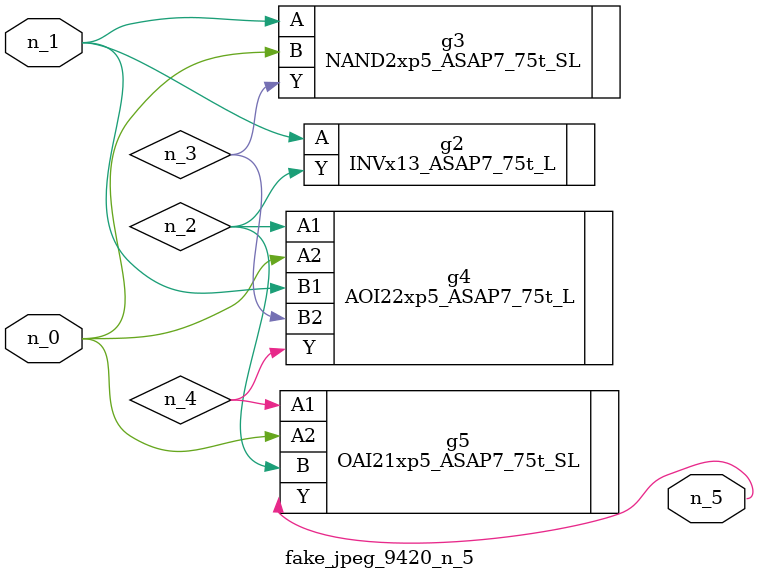
<source format=v>
module fake_jpeg_9420_n_5 (n_0, n_1, n_5);

input n_0;
input n_1;

output n_5;

wire n_3;
wire n_2;
wire n_4;

INVx13_ASAP7_75t_L g2 ( 
.A(n_1),
.Y(n_2)
);

NAND2xp5_ASAP7_75t_SL g3 ( 
.A(n_1),
.B(n_0),
.Y(n_3)
);

AOI22xp5_ASAP7_75t_L g4 ( 
.A1(n_2),
.A2(n_0),
.B1(n_1),
.B2(n_3),
.Y(n_4)
);

OAI21xp5_ASAP7_75t_SL g5 ( 
.A1(n_4),
.A2(n_0),
.B(n_2),
.Y(n_5)
);


endmodule
</source>
